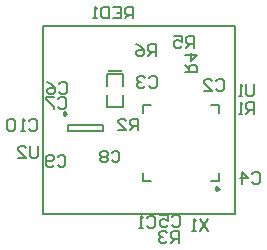
<source format=gbo>
G04*
G04 #@! TF.GenerationSoftware,Altium Limited,Altium Designer,20.1.8 (145)*
G04*
G04 Layer_Color=32896*
%FSLAX25Y25*%
%MOIN*%
G70*
G04*
G04 #@! TF.SameCoordinates,21FBFEBA-D07F-42F0-8C11-0AAD296DAF8C*
G04*
G04*
G04 #@! TF.FilePolarity,Positive*
G04*
G01*
G75*
%ADD10C,0.00984*%
%ADD13C,0.00591*%
%ADD15C,0.00500*%
%ADD40C,0.00600*%
%ADD63C,0.00787*%
%ADD64R,0.04724X0.00606*%
D10*
X573759Y198484D02*
X573021Y198910D01*
Y198057D01*
X573759Y198484D01*
X522806Y223524D02*
X522067Y223951D01*
Y223098D01*
X522806Y223524D01*
D13*
X513380Y212568D02*
Y209288D01*
X512724Y208632D01*
X511412D01*
X510756Y209288D01*
Y212568D01*
X506820Y208632D02*
X509444D01*
X506820Y211256D01*
Y211912D01*
X507476Y212568D01*
X508788D01*
X509444Y211912D01*
X546780Y217932D02*
Y221868D01*
X544812D01*
X544156Y221212D01*
Y219900D01*
X544812Y219244D01*
X546780D01*
X545468D02*
X544156Y217932D01*
X540220D02*
X542844D01*
X540220Y220556D01*
Y221212D01*
X540876Y221868D01*
X542188D01*
X542844Y221212D01*
X520156Y228312D02*
X520812Y228968D01*
X522124D01*
X522780Y228312D01*
Y225688D01*
X522124Y225032D01*
X520812D01*
X520156Y225688D01*
X518844Y228968D02*
X516220D01*
Y228312D01*
X518844Y225688D01*
Y225032D01*
X520556Y233312D02*
X521212Y233968D01*
X522524D01*
X523180Y233312D01*
Y230688D01*
X522524Y230032D01*
X521212D01*
X520556Y230688D01*
X516620Y233968D02*
X517932Y233312D01*
X519244Y232000D01*
Y230688D01*
X518588Y230032D01*
X517276D01*
X516620Y230688D01*
Y231344D01*
X517276Y232000D01*
X519244D01*
X545060Y255232D02*
Y259168D01*
X543092D01*
X542436Y258512D01*
Y257200D01*
X543092Y256544D01*
X545060D01*
X543748D02*
X542436Y255232D01*
X538500Y259168D02*
X541124D01*
Y255232D01*
X538500D01*
X541124Y257200D02*
X539812D01*
X537188Y259168D02*
Y255232D01*
X535220D01*
X534564Y255888D01*
Y258512D01*
X535220Y259168D01*
X537188D01*
X533252Y255232D02*
X531940D01*
X532596D01*
Y259168D01*
X533252Y258512D01*
X550556Y235412D02*
X551212Y236068D01*
X552524D01*
X553180Y235412D01*
Y232788D01*
X552524Y232132D01*
X551212D01*
X550556Y232788D01*
X549244Y235412D02*
X548588Y236068D01*
X547276D01*
X546620Y235412D01*
Y234756D01*
X547276Y234100D01*
X547932D01*
X547276D01*
X546620Y233444D01*
Y232788D01*
X547276Y232132D01*
X548588D01*
X549244Y232788D01*
X552780Y242832D02*
Y246768D01*
X550812D01*
X550156Y246112D01*
Y244800D01*
X550812Y244144D01*
X552780D01*
X551468D02*
X550156Y242832D01*
X546220Y246768D02*
X547532Y246112D01*
X548844Y244800D01*
Y243488D01*
X548188Y242832D01*
X546876D01*
X546220Y243488D01*
Y244144D01*
X546876Y244800D01*
X548844D01*
X565480Y245332D02*
Y249268D01*
X563512D01*
X562856Y248612D01*
Y247300D01*
X563512Y246644D01*
X565480D01*
X564168D02*
X562856Y245332D01*
X558920Y249268D02*
X561544D01*
Y247300D01*
X560232Y247956D01*
X559576D01*
X558920Y247300D01*
Y245988D01*
X559576Y245332D01*
X560888D01*
X561544Y245988D01*
X562432Y237220D02*
X566368D01*
Y239188D01*
X565712Y239844D01*
X564400D01*
X563744Y239188D01*
Y237220D01*
Y238532D02*
X562432Y239844D01*
Y243124D02*
X566368D01*
X564400Y241156D01*
Y243780D01*
X572856Y234412D02*
X573512Y235068D01*
X574824D01*
X575480Y234412D01*
Y231788D01*
X574824Y231132D01*
X573512D01*
X572856Y231788D01*
X568920Y231132D02*
X571544D01*
X568920Y233756D01*
Y234412D01*
X569576Y235068D01*
X570888D01*
X571544Y234412D01*
X585624Y233268D02*
Y229988D01*
X584968Y229332D01*
X583656D01*
X583000Y229988D01*
Y233268D01*
X581688Y229332D02*
X580376D01*
X581032D01*
Y233268D01*
X581688Y232612D01*
X538056Y210512D02*
X538712Y211168D01*
X540024D01*
X540680Y210512D01*
Y207888D01*
X540024Y207232D01*
X538712D01*
X538056Y207888D01*
X536744Y210512D02*
X536088Y211168D01*
X534776D01*
X534120Y210512D01*
Y209856D01*
X534776Y209200D01*
X534120Y208544D01*
Y207888D01*
X534776Y207232D01*
X536088D01*
X536744Y207888D01*
Y208544D01*
X536088Y209200D01*
X536744Y209856D01*
Y210512D01*
X536088Y209200D02*
X534776D01*
X520056Y208912D02*
X520712Y209568D01*
X522024D01*
X522680Y208912D01*
Y206288D01*
X522024Y205632D01*
X520712D01*
X520056Y206288D01*
X518744D02*
X518088Y205632D01*
X516776D01*
X516120Y206288D01*
Y208912D01*
X516776Y209568D01*
X518088D01*
X518744Y208912D01*
Y208256D01*
X518088Y207600D01*
X516120D01*
X510496Y221012D02*
X511152Y221668D01*
X512464D01*
X513120Y221012D01*
Y218388D01*
X512464Y217732D01*
X511152D01*
X510496Y218388D01*
X509184Y217732D02*
X507872D01*
X508528D01*
Y221668D01*
X509184Y221012D01*
X505904D02*
X505248Y221668D01*
X503936D01*
X503280Y221012D01*
Y218388D01*
X503936Y217732D01*
X505248D01*
X505904Y218388D01*
Y221012D01*
X549800Y188712D02*
X550456Y189368D01*
X551768D01*
X552424Y188712D01*
Y186088D01*
X551768Y185432D01*
X550456D01*
X549800Y186088D01*
X548488Y185432D02*
X547176D01*
X547832D01*
Y189368D01*
X548488Y188712D01*
X558156Y188912D02*
X558812Y189568D01*
X560124D01*
X560780Y188912D01*
Y186288D01*
X560124Y185632D01*
X558812D01*
X558156Y186288D01*
X554220Y189568D02*
X556844D01*
Y187600D01*
X555532Y188256D01*
X554876D01*
X554220Y187600D01*
Y186288D01*
X554876Y185632D01*
X556188D01*
X556844Y186288D01*
X560480Y180332D02*
Y184268D01*
X558512D01*
X557856Y183612D01*
Y182300D01*
X558512Y181644D01*
X560480D01*
X559168D02*
X557856Y180332D01*
X556544Y183612D02*
X555888Y184268D01*
X554576D01*
X553920Y183612D01*
Y182956D01*
X554576Y182300D01*
X555232D01*
X554576D01*
X553920Y181644D01*
Y180988D01*
X554576Y180332D01*
X555888D01*
X556544Y180988D01*
X570224Y188468D02*
X567600Y184532D01*
Y188468D02*
X570224Y184532D01*
X566288D02*
X564976D01*
X565632D01*
Y188468D01*
X566288Y187812D01*
X585624Y223432D02*
Y227368D01*
X583656D01*
X583000Y226712D01*
Y225400D01*
X583656Y224744D01*
X585624D01*
X584312D02*
X583000Y223432D01*
X581688D02*
X580376D01*
X581032D01*
Y227368D01*
X581688Y226712D01*
X584856Y203412D02*
X585512Y204068D01*
X586824D01*
X587480Y203412D01*
Y200788D01*
X586824Y200132D01*
X585512D01*
X584856Y200788D01*
X581576Y200132D02*
Y204068D01*
X583544Y202100D01*
X580920D01*
D15*
X515158Y252559D02*
X579331D01*
X515158Y190110D02*
X579331D01*
X515158D02*
Y252559D01*
X579331Y190110D02*
Y252559D01*
D40*
X541901Y225747D02*
Y229672D01*
Y232822D02*
Y236747D01*
X536501Y225747D02*
Y229672D01*
Y236747D02*
X541901D01*
X536501Y225747D02*
X541901D01*
X536501Y232822D02*
Y236747D01*
D63*
X548542Y201043D02*
Y203759D01*
Y201043D02*
X551259D01*
X548542Y223641D02*
Y226358D01*
X551259D01*
X571141D02*
X573857D01*
Y223641D02*
Y226358D01*
Y201043D02*
Y203759D01*
X571141Y201043D02*
X573857D01*
X523494Y217816D02*
Y219784D01*
X535306Y217816D02*
Y219784D01*
X523494D02*
X535306D01*
X523494Y217816D02*
X535306D01*
D64*
X539201Y237844D02*
D03*
M02*

</source>
